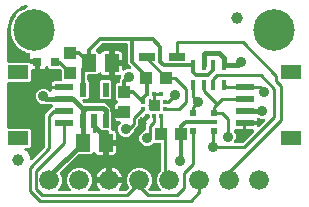
<source format=gbr>
G04 EAGLE Gerber RS-274X export*
G75*
%MOMM*%
%FSLAX34Y34*%
%LPD*%
%INTop Copper*%
%IPPOS*%
%AMOC8*
5,1,8,0,0,1.08239X$1,22.5*%
G01*
%ADD10R,1.240000X1.500000*%
%ADD11R,0.550000X1.200000*%
%ADD12R,1.000000X1.075000*%
%ADD13R,0.450000X0.900000*%
%ADD14R,0.500000X0.500000*%
%ADD15R,0.500000X0.400000*%
%ADD16C,3.516000*%
%ADD17R,1.550000X0.600000*%
%ADD18R,1.800000X1.200000*%
%ADD19C,1.000000*%
%ADD20R,0.800000X0.800000*%
%ADD21R,1.075000X1.000000*%
%ADD22R,1.350000X0.800000*%
%ADD23R,0.300000X0.450000*%
%ADD24R,0.450000X0.300000*%
%ADD25C,1.676400*%
%ADD26C,0.889000*%
%ADD27C,0.406400*%
%ADD28C,0.304800*%
%ADD29C,0.254000*%

G36*
X55242Y16020D02*
X55242Y16020D01*
X55381Y16033D01*
X55400Y16040D01*
X55420Y16043D01*
X55549Y16094D01*
X55680Y16141D01*
X55697Y16152D01*
X55716Y16160D01*
X55828Y16241D01*
X55943Y16319D01*
X55957Y16335D01*
X55973Y16346D01*
X56062Y16454D01*
X56154Y16558D01*
X56163Y16576D01*
X56176Y16591D01*
X56235Y16717D01*
X56298Y16841D01*
X56303Y16861D01*
X56311Y16879D01*
X56337Y17016D01*
X56368Y17151D01*
X56367Y17172D01*
X56371Y17191D01*
X56362Y17330D01*
X56358Y17469D01*
X56353Y17489D01*
X56351Y17509D01*
X56309Y17641D01*
X56270Y17775D01*
X56260Y17792D01*
X56253Y17811D01*
X56179Y17929D01*
X56108Y18049D01*
X56090Y18070D01*
X56083Y18080D01*
X56068Y18094D01*
X56002Y18169D01*
X54671Y19501D01*
X53085Y23328D01*
X53085Y27472D01*
X54671Y31299D01*
X57601Y34229D01*
X61428Y35815D01*
X65572Y35815D01*
X69399Y34229D01*
X72329Y31299D01*
X73915Y27472D01*
X73915Y23328D01*
X72329Y19501D01*
X70998Y18169D01*
X70913Y18060D01*
X70824Y17953D01*
X70816Y17934D01*
X70803Y17918D01*
X70748Y17791D01*
X70689Y17665D01*
X70685Y17645D01*
X70677Y17626D01*
X70655Y17488D01*
X70629Y17352D01*
X70630Y17332D01*
X70627Y17312D01*
X70640Y17173D01*
X70649Y17035D01*
X70655Y17016D01*
X70657Y16996D01*
X70704Y16864D01*
X70747Y16733D01*
X70758Y16715D01*
X70764Y16696D01*
X70842Y16581D01*
X70917Y16464D01*
X70932Y16450D01*
X70943Y16433D01*
X71047Y16341D01*
X71148Y16246D01*
X71166Y16236D01*
X71181Y16223D01*
X71306Y16159D01*
X71427Y16092D01*
X71447Y16087D01*
X71465Y16078D01*
X71600Y16048D01*
X71735Y16013D01*
X71763Y16011D01*
X71775Y16008D01*
X71795Y16009D01*
X71896Y16003D01*
X79786Y16003D01*
X79924Y16020D01*
X80062Y16033D01*
X80081Y16040D01*
X80102Y16043D01*
X80231Y16094D01*
X80362Y16141D01*
X80378Y16152D01*
X80397Y16160D01*
X80510Y16241D01*
X80625Y16319D01*
X80638Y16335D01*
X80655Y16346D01*
X80743Y16454D01*
X80835Y16558D01*
X80844Y16576D01*
X80857Y16591D01*
X80917Y16717D01*
X80980Y16841D01*
X80984Y16861D01*
X80993Y16879D01*
X81019Y17016D01*
X81049Y17151D01*
X81049Y17172D01*
X81053Y17191D01*
X81044Y17330D01*
X81040Y17469D01*
X81034Y17489D01*
X81033Y17509D01*
X80990Y17641D01*
X80951Y17775D01*
X80941Y17792D01*
X80935Y17811D01*
X80860Y17929D01*
X80790Y18049D01*
X80771Y18070D01*
X80765Y18080D01*
X80750Y18094D01*
X80683Y18170D01*
X80569Y18284D01*
X79558Y19675D01*
X78777Y21207D01*
X78246Y22842D01*
X78237Y22901D01*
X87670Y22901D01*
X87788Y22916D01*
X87907Y22923D01*
X87945Y22935D01*
X87985Y22941D01*
X88096Y22984D01*
X88209Y23021D01*
X88243Y23043D01*
X88281Y23058D01*
X88377Y23127D01*
X88478Y23191D01*
X88506Y23221D01*
X88538Y23244D01*
X88614Y23336D01*
X88696Y23423D01*
X88715Y23458D01*
X88741Y23489D01*
X88792Y23597D01*
X88849Y23701D01*
X88859Y23741D01*
X88877Y23777D01*
X88897Y23884D01*
X88901Y23854D01*
X88945Y23744D01*
X88981Y23631D01*
X89003Y23596D01*
X89018Y23559D01*
X89088Y23462D01*
X89151Y23362D01*
X89181Y23334D01*
X89205Y23301D01*
X89296Y23225D01*
X89383Y23144D01*
X89418Y23124D01*
X89450Y23099D01*
X89557Y23048D01*
X89662Y22990D01*
X89701Y22980D01*
X89737Y22963D01*
X89854Y22941D01*
X89970Y22911D01*
X90030Y22907D01*
X90050Y22903D01*
X90070Y22905D01*
X90130Y22901D01*
X99563Y22901D01*
X99554Y22842D01*
X99023Y21207D01*
X98242Y19675D01*
X97231Y18284D01*
X97117Y18170D01*
X97032Y18060D01*
X96943Y17953D01*
X96934Y17934D01*
X96922Y17918D01*
X96866Y17790D01*
X96807Y17665D01*
X96803Y17645D01*
X96795Y17626D01*
X96773Y17489D01*
X96747Y17352D01*
X96749Y17332D01*
X96745Y17312D01*
X96758Y17174D01*
X96767Y17035D01*
X96773Y17016D01*
X96775Y16996D01*
X96822Y16865D01*
X96865Y16733D01*
X96876Y16715D01*
X96883Y16696D01*
X96961Y16582D01*
X97035Y16464D01*
X97050Y16450D01*
X97061Y16433D01*
X97166Y16341D01*
X97267Y16246D01*
X97285Y16236D01*
X97300Y16223D01*
X97424Y16159D01*
X97545Y16092D01*
X97565Y16087D01*
X97583Y16078D01*
X97719Y16048D01*
X97853Y16013D01*
X97881Y16011D01*
X97893Y16008D01*
X97914Y16009D01*
X98014Y16003D01*
X102246Y16003D01*
X102344Y16015D01*
X102443Y16018D01*
X102502Y16035D01*
X102562Y16043D01*
X102654Y16079D01*
X102749Y16107D01*
X102801Y16137D01*
X102857Y16160D01*
X102937Y16218D01*
X103023Y16268D01*
X103098Y16334D01*
X103115Y16346D01*
X103123Y16356D01*
X103144Y16374D01*
X105105Y18336D01*
X105123Y18359D01*
X105146Y18378D01*
X105220Y18484D01*
X105300Y18587D01*
X105312Y18614D01*
X105329Y18638D01*
X105375Y18760D01*
X105426Y18879D01*
X105431Y18908D01*
X105442Y18936D01*
X105456Y19065D01*
X105476Y19193D01*
X105473Y19223D01*
X105477Y19252D01*
X105459Y19380D01*
X105446Y19510D01*
X105436Y19538D01*
X105432Y19567D01*
X105380Y19719D01*
X103885Y23328D01*
X103885Y27472D01*
X105471Y31299D01*
X108401Y34229D01*
X112228Y35815D01*
X116372Y35815D01*
X120199Y34229D01*
X123129Y31299D01*
X124715Y27472D01*
X124715Y23328D01*
X123129Y19501D01*
X122357Y18729D01*
X122284Y18635D01*
X122205Y18545D01*
X122187Y18509D01*
X122162Y18477D01*
X122115Y18368D01*
X122061Y18262D01*
X122052Y18223D01*
X122036Y18185D01*
X122017Y18068D01*
X121991Y17952D01*
X121992Y17911D01*
X121986Y17871D01*
X121997Y17753D01*
X122001Y17634D01*
X122012Y17595D01*
X122016Y17555D01*
X122056Y17443D01*
X122089Y17328D01*
X122110Y17294D01*
X122123Y17255D01*
X122190Y17157D01*
X122251Y17054D01*
X122291Y17009D01*
X122302Y16992D01*
X122317Y16979D01*
X122357Y16934D01*
X122916Y16374D01*
X122995Y16314D01*
X123067Y16246D01*
X123120Y16217D01*
X123168Y16180D01*
X123259Y16140D01*
X123345Y16092D01*
X123404Y16077D01*
X123459Y16053D01*
X123557Y16038D01*
X123653Y16013D01*
X123753Y16007D01*
X123774Y16003D01*
X123786Y16005D01*
X123814Y16003D01*
X131304Y16003D01*
X131442Y16020D01*
X131581Y16033D01*
X131600Y16040D01*
X131620Y16043D01*
X131749Y16094D01*
X131880Y16141D01*
X131897Y16152D01*
X131916Y16160D01*
X132028Y16241D01*
X132143Y16319D01*
X132157Y16335D01*
X132173Y16346D01*
X132262Y16454D01*
X132354Y16558D01*
X132363Y16576D01*
X132376Y16591D01*
X132435Y16717D01*
X132498Y16841D01*
X132503Y16861D01*
X132511Y16879D01*
X132537Y17016D01*
X132568Y17151D01*
X132567Y17172D01*
X132571Y17191D01*
X132562Y17330D01*
X132558Y17469D01*
X132553Y17489D01*
X132551Y17509D01*
X132509Y17641D01*
X132470Y17775D01*
X132460Y17792D01*
X132453Y17811D01*
X132379Y17929D01*
X132308Y18049D01*
X132290Y18070D01*
X132283Y18080D01*
X132268Y18094D01*
X132202Y18169D01*
X130871Y19501D01*
X129285Y23328D01*
X129285Y27472D01*
X130871Y31299D01*
X132216Y32644D01*
X132276Y32722D01*
X132344Y32795D01*
X132373Y32848D01*
X132410Y32895D01*
X132450Y32986D01*
X132498Y33073D01*
X132513Y33132D01*
X132537Y33187D01*
X132552Y33285D01*
X132577Y33381D01*
X132583Y33481D01*
X132587Y33501D01*
X132585Y33514D01*
X132587Y33542D01*
X132587Y55960D01*
X132572Y56078D01*
X132565Y56197D01*
X132552Y56235D01*
X132547Y56276D01*
X132504Y56386D01*
X132467Y56499D01*
X132445Y56534D01*
X132430Y56571D01*
X132361Y56667D01*
X132297Y56768D01*
X132267Y56796D01*
X132244Y56829D01*
X132152Y56905D01*
X132065Y56986D01*
X132030Y57006D01*
X131999Y57031D01*
X131891Y57082D01*
X131787Y57140D01*
X131747Y57150D01*
X131711Y57167D01*
X131594Y57189D01*
X131479Y57219D01*
X131419Y57223D01*
X131399Y57227D01*
X131378Y57225D01*
X131318Y57229D01*
X126733Y57229D01*
X126635Y57217D01*
X126536Y57214D01*
X126477Y57197D01*
X126417Y57189D01*
X126325Y57153D01*
X126230Y57125D01*
X126178Y57095D01*
X126122Y57072D01*
X126042Y57014D01*
X125956Y56964D01*
X125881Y56898D01*
X125864Y56886D01*
X125857Y56876D01*
X125835Y56858D01*
X124446Y55468D01*
X122066Y54482D01*
X119488Y54482D01*
X117108Y55468D01*
X115285Y57291D01*
X114299Y59671D01*
X114299Y62249D01*
X115285Y64629D01*
X117108Y66452D01*
X119104Y67278D01*
X119129Y67293D01*
X119157Y67302D01*
X119267Y67372D01*
X119380Y67436D01*
X119401Y67456D01*
X119426Y67472D01*
X119515Y67567D01*
X119608Y67657D01*
X119624Y67682D01*
X119644Y67704D01*
X119707Y67818D01*
X119775Y67928D01*
X119783Y67957D01*
X119798Y67982D01*
X119830Y68108D01*
X119868Y68232D01*
X119870Y68262D01*
X119877Y68290D01*
X119887Y68451D01*
X119887Y72488D01*
X120142Y72742D01*
X120227Y72852D01*
X120316Y72959D01*
X120324Y72978D01*
X120337Y72994D01*
X120392Y73122D01*
X120451Y73247D01*
X120455Y73267D01*
X120463Y73286D01*
X120485Y73424D01*
X120511Y73560D01*
X120510Y73580D01*
X120513Y73600D01*
X120500Y73739D01*
X120491Y73877D01*
X120485Y73896D01*
X120483Y73916D01*
X120436Y74047D01*
X120393Y74179D01*
X120382Y74197D01*
X120375Y74216D01*
X120298Y74330D01*
X120223Y74448D01*
X120208Y74462D01*
X120197Y74479D01*
X120093Y74571D01*
X119991Y74666D01*
X119974Y74676D01*
X119958Y74689D01*
X119835Y74752D01*
X119713Y74820D01*
X119693Y74825D01*
X119675Y74834D01*
X119539Y74864D01*
X119405Y74899D01*
X119377Y74901D01*
X119365Y74904D01*
X119344Y74903D01*
X119244Y74909D01*
X119166Y74909D01*
X118519Y75082D01*
X117940Y75417D01*
X117467Y75890D01*
X117132Y76469D01*
X116959Y77116D01*
X116959Y77324D01*
X116942Y77462D01*
X116929Y77601D01*
X116922Y77620D01*
X116919Y77640D01*
X116868Y77769D01*
X116821Y77900D01*
X116810Y77917D01*
X116802Y77935D01*
X116721Y78048D01*
X116643Y78163D01*
X116627Y78176D01*
X116616Y78193D01*
X116508Y78282D01*
X116404Y78374D01*
X116386Y78383D01*
X116371Y78396D01*
X116245Y78455D01*
X116121Y78518D01*
X116101Y78523D01*
X116083Y78531D01*
X115946Y78557D01*
X115811Y78588D01*
X115790Y78587D01*
X115771Y78591D01*
X115632Y78582D01*
X115493Y78578D01*
X115473Y78572D01*
X115453Y78571D01*
X115321Y78528D01*
X115187Y78490D01*
X115170Y78479D01*
X115151Y78473D01*
X115033Y78399D01*
X114913Y78328D01*
X114892Y78310D01*
X114882Y78303D01*
X114868Y78288D01*
X114793Y78222D01*
X113854Y77284D01*
X113794Y77206D01*
X113726Y77133D01*
X113697Y77080D01*
X113660Y77032D01*
X113620Y76942D01*
X113572Y76855D01*
X113557Y76796D01*
X113533Y76741D01*
X113518Y76643D01*
X113493Y76547D01*
X113487Y76447D01*
X113483Y76426D01*
X113485Y76414D01*
X113483Y76386D01*
X113483Y71832D01*
X109719Y68069D01*
X109659Y67990D01*
X109591Y67918D01*
X109562Y67865D01*
X109525Y67817D01*
X109485Y67726D01*
X109437Y67640D01*
X109422Y67581D01*
X109398Y67526D01*
X109383Y67428D01*
X109358Y67332D01*
X109357Y67313D01*
X108362Y64911D01*
X106539Y63088D01*
X104159Y62102D01*
X101581Y62102D01*
X99201Y63088D01*
X97378Y64911D01*
X96392Y67291D01*
X96392Y69869D01*
X97378Y72249D01*
X98241Y73112D01*
X98325Y73221D01*
X98415Y73328D01*
X98423Y73347D01*
X98436Y73363D01*
X98491Y73490D01*
X98550Y73616D01*
X98554Y73636D01*
X98562Y73655D01*
X98584Y73793D01*
X98610Y73929D01*
X98609Y73949D01*
X98612Y73969D01*
X98599Y74108D01*
X98590Y74246D01*
X98584Y74265D01*
X98582Y74285D01*
X98535Y74417D01*
X98492Y74548D01*
X98481Y74566D01*
X98474Y74585D01*
X98396Y74700D01*
X98322Y74817D01*
X98307Y74831D01*
X98296Y74848D01*
X98192Y74940D01*
X98090Y75035D01*
X98072Y75045D01*
X98057Y75058D01*
X97934Y75121D01*
X97812Y75189D01*
X97792Y75194D01*
X97774Y75203D01*
X97638Y75233D01*
X97504Y75268D01*
X97476Y75270D01*
X97464Y75273D01*
X97443Y75272D01*
X97343Y75278D01*
X96266Y75278D01*
X95619Y75451D01*
X95040Y75786D01*
X94567Y76259D01*
X94232Y76838D01*
X94059Y77485D01*
X94059Y80695D01*
X100370Y80695D01*
X100488Y80710D01*
X100607Y80717D01*
X100645Y80729D01*
X100685Y80735D01*
X100796Y80778D01*
X100909Y80815D01*
X100943Y80837D01*
X100981Y80852D01*
X101077Y80921D01*
X101178Y80985D01*
X101206Y81015D01*
X101238Y81038D01*
X101314Y81130D01*
X101396Y81217D01*
X101415Y81252D01*
X101441Y81283D01*
X101492Y81391D01*
X101549Y81495D01*
X101559Y81535D01*
X101577Y81571D01*
X101599Y81688D01*
X101629Y81803D01*
X101633Y81863D01*
X101636Y81883D01*
X101635Y81904D01*
X101636Y81923D01*
X101639Y81964D01*
X101639Y84424D01*
X101624Y84542D01*
X101617Y84661D01*
X101604Y84699D01*
X101599Y84740D01*
X101555Y84850D01*
X101519Y84963D01*
X101497Y84998D01*
X101482Y85035D01*
X101412Y85131D01*
X101349Y85232D01*
X101319Y85260D01*
X101295Y85293D01*
X101204Y85369D01*
X101117Y85450D01*
X101082Y85470D01*
X101050Y85495D01*
X100943Y85546D01*
X100838Y85604D01*
X100799Y85614D01*
X100763Y85631D01*
X100646Y85653D01*
X100530Y85683D01*
X100470Y85687D01*
X100450Y85691D01*
X100430Y85689D01*
X100370Y85693D01*
X94059Y85693D01*
X94059Y88903D01*
X94232Y89550D01*
X94567Y90129D01*
X95040Y90602D01*
X95447Y90837D01*
X95547Y90913D01*
X95652Y90984D01*
X95674Y91009D01*
X95701Y91030D01*
X95779Y91128D01*
X95862Y91222D01*
X95877Y91252D01*
X95898Y91279D01*
X95949Y91394D01*
X96007Y91506D01*
X96014Y91538D01*
X96028Y91569D01*
X96049Y91693D01*
X96076Y91816D01*
X96075Y91850D01*
X96081Y91883D01*
X96070Y92008D01*
X96067Y92134D01*
X96057Y92166D01*
X96054Y92200D01*
X96013Y92318D01*
X95978Y92439D01*
X95961Y92468D01*
X95950Y92500D01*
X95880Y92605D01*
X95817Y92713D01*
X95784Y92750D01*
X95774Y92765D01*
X95758Y92780D01*
X95710Y92834D01*
X94567Y93977D01*
X94567Y106411D01*
X95758Y107602D01*
X96774Y107602D01*
X96892Y107617D01*
X97011Y107624D01*
X97049Y107637D01*
X97090Y107642D01*
X97200Y107685D01*
X97313Y107722D01*
X97348Y107744D01*
X97385Y107759D01*
X97481Y107828D01*
X97582Y107892D01*
X97610Y107922D01*
X97643Y107945D01*
X97719Y108037D01*
X97800Y108124D01*
X97820Y108159D01*
X97845Y108190D01*
X97896Y108298D01*
X97954Y108402D01*
X97964Y108442D01*
X97981Y108478D01*
X98003Y108595D01*
X98033Y108710D01*
X98037Y108770D01*
X98041Y108790D01*
X98039Y108811D01*
X98043Y108871D01*
X98043Y110693D01*
X98560Y111210D01*
X98621Y111289D01*
X98689Y111361D01*
X98718Y111414D01*
X98755Y111462D01*
X98795Y111553D01*
X98843Y111639D01*
X98858Y111698D01*
X98882Y111754D01*
X98897Y111852D01*
X98922Y111947D01*
X98928Y112047D01*
X98932Y112068D01*
X98930Y112080D01*
X98932Y112108D01*
X98932Y113199D01*
X98916Y113324D01*
X98907Y113449D01*
X98897Y113481D01*
X98892Y113514D01*
X98846Y113631D01*
X98806Y113750D01*
X98788Y113779D01*
X98775Y113810D01*
X98702Y113912D01*
X98633Y114017D01*
X98608Y114040D01*
X98589Y114067D01*
X98492Y114147D01*
X98399Y114233D01*
X98370Y114249D01*
X98344Y114270D01*
X98230Y114324D01*
X98119Y114383D01*
X98086Y114391D01*
X98056Y114406D01*
X97933Y114429D01*
X97810Y114459D01*
X97777Y114459D01*
X97744Y114465D01*
X97618Y114458D01*
X97492Y114456D01*
X97444Y114447D01*
X97426Y114446D01*
X97406Y114439D01*
X97334Y114425D01*
X97314Y114419D01*
X93319Y114419D01*
X93319Y121921D01*
X99521Y121921D01*
X99521Y119366D01*
X99538Y119228D01*
X99551Y119089D01*
X99558Y119070D01*
X99561Y119050D01*
X99612Y118921D01*
X99659Y118790D01*
X99670Y118773D01*
X99678Y118755D01*
X99759Y118643D01*
X99837Y118527D01*
X99853Y118514D01*
X99864Y118497D01*
X99972Y118409D01*
X100076Y118317D01*
X100094Y118307D01*
X100109Y118294D01*
X100235Y118235D01*
X100359Y118172D01*
X100379Y118168D01*
X100397Y118159D01*
X100534Y118133D01*
X100669Y118102D01*
X100690Y118103D01*
X100709Y118099D01*
X100848Y118108D01*
X100987Y118112D01*
X101007Y118118D01*
X101027Y118119D01*
X101159Y118162D01*
X101293Y118200D01*
X101310Y118211D01*
X101329Y118217D01*
X101447Y118291D01*
X101567Y118362D01*
X101588Y118381D01*
X101598Y118387D01*
X101612Y118402D01*
X101688Y118468D01*
X101741Y118522D01*
X104121Y119508D01*
X106078Y119508D01*
X106216Y119525D01*
X106354Y119538D01*
X106374Y119545D01*
X106394Y119548D01*
X106523Y119599D01*
X106654Y119646D01*
X106671Y119657D01*
X106689Y119665D01*
X106802Y119746D01*
X106917Y119824D01*
X106930Y119840D01*
X106947Y119851D01*
X107035Y119959D01*
X107127Y120063D01*
X107137Y120081D01*
X107149Y120096D01*
X107209Y120222D01*
X107272Y120346D01*
X107276Y120366D01*
X107285Y120384D01*
X107311Y120520D01*
X107342Y120656D01*
X107341Y120677D01*
X107345Y120696D01*
X107336Y120835D01*
X107332Y120974D01*
X107326Y120994D01*
X107325Y121014D01*
X107282Y121146D01*
X107244Y121280D01*
X107233Y121297D01*
X107227Y121316D01*
X107153Y121434D01*
X107082Y121554D01*
X107063Y121575D01*
X107057Y121585D01*
X107042Y121599D01*
X106976Y121674D01*
X106849Y121802D01*
X106848Y121802D01*
X104393Y124257D01*
X104393Y139954D01*
X104378Y140072D01*
X104371Y140191D01*
X104358Y140229D01*
X104353Y140270D01*
X104310Y140380D01*
X104273Y140493D01*
X104251Y140528D01*
X104236Y140565D01*
X104167Y140661D01*
X104103Y140762D01*
X104073Y140790D01*
X104050Y140823D01*
X103958Y140899D01*
X103871Y140980D01*
X103836Y141000D01*
X103805Y141025D01*
X103697Y141076D01*
X103593Y141134D01*
X103553Y141144D01*
X103517Y141161D01*
X103400Y141183D01*
X103285Y141213D01*
X103225Y141217D01*
X103205Y141221D01*
X103184Y141219D01*
X103124Y141223D01*
X83279Y141223D01*
X83181Y141211D01*
X83082Y141208D01*
X83024Y141191D01*
X82963Y141183D01*
X82871Y141147D01*
X82776Y141119D01*
X82724Y141089D01*
X82668Y141066D01*
X82588Y141008D01*
X82502Y140958D01*
X82427Y140892D01*
X82410Y140880D01*
X82403Y140870D01*
X82381Y140852D01*
X77689Y136159D01*
X77604Y136050D01*
X77516Y135943D01*
X77507Y135924D01*
X77494Y135908D01*
X77439Y135780D01*
X77380Y135655D01*
X77376Y135635D01*
X77368Y135616D01*
X77346Y135478D01*
X77320Y135342D01*
X77321Y135322D01*
X77318Y135302D01*
X77331Y135163D01*
X77340Y135025D01*
X77346Y135006D01*
X77348Y134986D01*
X77395Y134854D01*
X77438Y134723D01*
X77449Y134705D01*
X77456Y134686D01*
X77534Y134571D01*
X77608Y134454D01*
X77623Y134440D01*
X77634Y134423D01*
X77739Y134331D01*
X77840Y134236D01*
X77857Y134226D01*
X77873Y134213D01*
X77997Y134149D01*
X78118Y134082D01*
X78138Y134077D01*
X78156Y134068D01*
X78292Y134038D01*
X78426Y134003D01*
X78454Y134001D01*
X78466Y133998D01*
X78487Y133999D01*
X78587Y133993D01*
X78822Y133993D01*
X80187Y132628D01*
X80286Y132551D01*
X80381Y132469D01*
X80411Y132454D01*
X80438Y132433D01*
X80553Y132383D01*
X80666Y132327D01*
X80699Y132320D01*
X80730Y132307D01*
X80854Y132287D01*
X80977Y132261D01*
X81011Y132262D01*
X81044Y132257D01*
X81169Y132268D01*
X81295Y132274D01*
X81327Y132283D01*
X81361Y132287D01*
X81479Y132329D01*
X81599Y132365D01*
X81628Y132383D01*
X81660Y132394D01*
X81764Y132465D01*
X81872Y132530D01*
X81895Y132554D01*
X81923Y132573D01*
X82006Y132667D01*
X82094Y132757D01*
X82121Y132797D01*
X82134Y132811D01*
X82144Y132831D01*
X82184Y132891D01*
X82547Y133520D01*
X83020Y133993D01*
X83599Y134328D01*
X84246Y134501D01*
X88241Y134501D01*
X88241Y125730D01*
X88256Y125612D01*
X88263Y125493D01*
X88276Y125455D01*
X88281Y125415D01*
X88324Y125304D01*
X88361Y125191D01*
X88383Y125156D01*
X88398Y125119D01*
X88468Y125022D01*
X88531Y124922D01*
X88561Y124894D01*
X88585Y124862D01*
X88676Y124786D01*
X88763Y124704D01*
X88798Y124685D01*
X88829Y124659D01*
X88937Y124608D01*
X89041Y124551D01*
X89081Y124540D01*
X89117Y124523D01*
X89234Y124501D01*
X89349Y124471D01*
X89410Y124467D01*
X89430Y124463D01*
X89450Y124465D01*
X89510Y124461D01*
X90781Y124461D01*
X90781Y124459D01*
X89510Y124459D01*
X89392Y124444D01*
X89273Y124437D01*
X89235Y124424D01*
X89195Y124419D01*
X89084Y124375D01*
X88971Y124339D01*
X88936Y124317D01*
X88899Y124302D01*
X88803Y124232D01*
X88702Y124169D01*
X88674Y124139D01*
X88641Y124115D01*
X88566Y124024D01*
X88484Y123937D01*
X88464Y123902D01*
X88439Y123870D01*
X88388Y123763D01*
X88330Y123659D01*
X88320Y123619D01*
X88303Y123583D01*
X88281Y123466D01*
X88251Y123351D01*
X88247Y123290D01*
X88243Y123270D01*
X88245Y123250D01*
X88241Y123190D01*
X88241Y114419D01*
X84246Y114419D01*
X83599Y114592D01*
X83020Y114927D01*
X82547Y115400D01*
X82184Y116029D01*
X82108Y116129D01*
X82037Y116233D01*
X82012Y116256D01*
X81991Y116283D01*
X81893Y116361D01*
X81799Y116444D01*
X81769Y116459D01*
X81742Y116480D01*
X81627Y116531D01*
X81515Y116589D01*
X81482Y116596D01*
X81452Y116610D01*
X81327Y116631D01*
X81205Y116658D01*
X81171Y116657D01*
X81138Y116663D01*
X81013Y116652D01*
X80887Y116649D01*
X80855Y116639D01*
X80821Y116636D01*
X80702Y116595D01*
X80582Y116560D01*
X80553Y116543D01*
X80521Y116532D01*
X80416Y116462D01*
X80308Y116399D01*
X80271Y116366D01*
X80256Y116356D01*
X80241Y116340D01*
X80187Y116292D01*
X78822Y114927D01*
X71526Y114927D01*
X71408Y114912D01*
X71289Y114905D01*
X71251Y114892D01*
X71210Y114887D01*
X71100Y114844D01*
X70987Y114807D01*
X70952Y114785D01*
X70915Y114770D01*
X70819Y114701D01*
X70718Y114637D01*
X70690Y114607D01*
X70657Y114584D01*
X70581Y114492D01*
X70500Y114405D01*
X70480Y114370D01*
X70455Y114339D01*
X70404Y114231D01*
X70346Y114127D01*
X70336Y114087D01*
X70319Y114051D01*
X70297Y113934D01*
X70267Y113819D01*
X70263Y113759D01*
X70259Y113739D01*
X70261Y113718D01*
X70257Y113658D01*
X70257Y110495D01*
X70269Y110397D01*
X70272Y110297D01*
X70289Y110239D01*
X70297Y110179D01*
X70333Y110087D01*
X70361Y109992D01*
X70391Y109940D01*
X70414Y109883D01*
X70472Y109803D01*
X70522Y109718D01*
X70588Y109643D01*
X70600Y109626D01*
X70610Y109618D01*
X70629Y109597D01*
X71483Y108743D01*
X71483Y95059D01*
X70292Y93868D01*
X67344Y93868D01*
X67206Y93851D01*
X67068Y93838D01*
X67049Y93831D01*
X67029Y93828D01*
X66900Y93777D01*
X66769Y93730D01*
X66752Y93719D01*
X66733Y93711D01*
X66621Y93630D01*
X66506Y93552D01*
X66492Y93536D01*
X66476Y93525D01*
X66387Y93417D01*
X66295Y93313D01*
X66286Y93295D01*
X66273Y93280D01*
X66214Y93154D01*
X66151Y93030D01*
X66146Y93010D01*
X66137Y92992D01*
X66111Y92855D01*
X66081Y92720D01*
X66081Y92699D01*
X66078Y92680D01*
X66086Y92541D01*
X66091Y92402D01*
X66096Y92382D01*
X66097Y92362D01*
X66140Y92230D01*
X66179Y92096D01*
X66189Y92079D01*
X66195Y92060D01*
X66270Y91942D01*
X66340Y91822D01*
X66359Y91801D01*
X66366Y91791D01*
X66381Y91777D01*
X66447Y91702D01*
X67352Y90796D01*
X67430Y90736D01*
X67502Y90668D01*
X67555Y90639D01*
X67603Y90602D01*
X67694Y90562D01*
X67781Y90514D01*
X67839Y90499D01*
X67895Y90475D01*
X67993Y90460D01*
X68089Y90435D01*
X68189Y90429D01*
X68209Y90425D01*
X68221Y90427D01*
X68249Y90425D01*
X85504Y90425D01*
X89765Y86164D01*
X89765Y83985D01*
X89777Y83887D01*
X89780Y83788D01*
X89797Y83729D01*
X89805Y83669D01*
X89841Y83577D01*
X89869Y83482D01*
X89899Y83430D01*
X89922Y83374D01*
X89980Y83293D01*
X90030Y83208D01*
X90096Y83133D01*
X90108Y83116D01*
X90118Y83108D01*
X90136Y83087D01*
X90483Y82741D01*
X90483Y68872D01*
X90474Y68853D01*
X90470Y68833D01*
X90462Y68815D01*
X90440Y68677D01*
X90414Y68540D01*
X90415Y68520D01*
X90412Y68501D01*
X90425Y68362D01*
X90434Y68223D01*
X90440Y68204D01*
X90442Y68184D01*
X90489Y68052D01*
X90532Y67921D01*
X90543Y67904D01*
X90549Y67885D01*
X90627Y67770D01*
X90702Y67652D01*
X90717Y67638D01*
X90728Y67621D01*
X90832Y67529D01*
X90934Y67434D01*
X90951Y67424D01*
X90966Y67411D01*
X91090Y67348D01*
X91212Y67280D01*
X91232Y67275D01*
X91249Y67266D01*
X91385Y67236D01*
X91520Y67201D01*
X91548Y67199D01*
X91560Y67197D01*
X91580Y67197D01*
X91681Y67191D01*
X92234Y67191D01*
X92881Y67018D01*
X93460Y66683D01*
X93933Y66210D01*
X94268Y65631D01*
X94441Y64984D01*
X94441Y59689D01*
X88239Y59689D01*
X88239Y66597D01*
X88224Y66715D01*
X88217Y66834D01*
X88204Y66872D01*
X88199Y66913D01*
X88155Y67023D01*
X88119Y67136D01*
X88097Y67171D01*
X88082Y67208D01*
X88012Y67304D01*
X87949Y67405D01*
X87919Y67433D01*
X87895Y67466D01*
X87804Y67542D01*
X87717Y67623D01*
X87682Y67643D01*
X87650Y67668D01*
X87543Y67719D01*
X87439Y67777D01*
X87399Y67787D01*
X87363Y67804D01*
X87246Y67826D01*
X87131Y67856D01*
X87070Y67860D01*
X87050Y67864D01*
X87030Y67862D01*
X86970Y67866D01*
X84430Y67866D01*
X84312Y67851D01*
X84193Y67844D01*
X84155Y67831D01*
X84115Y67826D01*
X84004Y67783D01*
X83891Y67746D01*
X83856Y67724D01*
X83819Y67709D01*
X83723Y67640D01*
X83622Y67576D01*
X83594Y67546D01*
X83561Y67523D01*
X83486Y67431D01*
X83404Y67344D01*
X83384Y67309D01*
X83359Y67278D01*
X83308Y67170D01*
X83250Y67066D01*
X83240Y67026D01*
X83223Y66990D01*
X83201Y66873D01*
X83171Y66758D01*
X83167Y66698D01*
X83163Y66678D01*
X83165Y66657D01*
X83161Y66597D01*
X83161Y58420D01*
X83176Y58302D01*
X83183Y58183D01*
X83196Y58145D01*
X83201Y58105D01*
X83244Y57994D01*
X83281Y57881D01*
X83303Y57846D01*
X83318Y57809D01*
X83388Y57713D01*
X83451Y57612D01*
X83481Y57584D01*
X83505Y57552D01*
X83596Y57476D01*
X83683Y57394D01*
X83718Y57375D01*
X83749Y57349D01*
X83857Y57298D01*
X83961Y57241D01*
X84001Y57230D01*
X84037Y57213D01*
X84154Y57191D01*
X84269Y57161D01*
X84330Y57157D01*
X84350Y57153D01*
X84370Y57155D01*
X84430Y57151D01*
X85701Y57151D01*
X85701Y57149D01*
X84430Y57149D01*
X84312Y57134D01*
X84193Y57127D01*
X84155Y57114D01*
X84115Y57109D01*
X84004Y57065D01*
X83891Y57029D01*
X83856Y57007D01*
X83819Y56992D01*
X83723Y56922D01*
X83622Y56859D01*
X83594Y56829D01*
X83561Y56805D01*
X83486Y56714D01*
X83404Y56627D01*
X83384Y56592D01*
X83359Y56560D01*
X83308Y56453D01*
X83250Y56349D01*
X83240Y56309D01*
X83223Y56273D01*
X83201Y56156D01*
X83171Y56041D01*
X83167Y55980D01*
X83163Y55960D01*
X83165Y55940D01*
X83161Y55880D01*
X83161Y47109D01*
X79166Y47109D01*
X78519Y47282D01*
X77940Y47617D01*
X77467Y48090D01*
X77104Y48719D01*
X77028Y48819D01*
X76957Y48923D01*
X76932Y48946D01*
X76911Y48973D01*
X76813Y49051D01*
X76719Y49134D01*
X76689Y49149D01*
X76662Y49170D01*
X76547Y49221D01*
X76435Y49279D01*
X76402Y49286D01*
X76372Y49300D01*
X76248Y49321D01*
X76125Y49348D01*
X76091Y49347D01*
X76058Y49353D01*
X75933Y49342D01*
X75807Y49339D01*
X75775Y49329D01*
X75741Y49326D01*
X75623Y49285D01*
X75502Y49250D01*
X75473Y49233D01*
X75441Y49222D01*
X75336Y49152D01*
X75228Y49089D01*
X75191Y49056D01*
X75176Y49046D01*
X75161Y49030D01*
X75107Y48982D01*
X73742Y47617D01*
X63441Y47617D01*
X63343Y47605D01*
X63244Y47602D01*
X63186Y47585D01*
X63126Y47577D01*
X63034Y47541D01*
X62939Y47513D01*
X62887Y47483D01*
X62830Y47460D01*
X62750Y47402D01*
X62665Y47352D01*
X62589Y47286D01*
X62573Y47274D01*
X62565Y47264D01*
X62544Y47246D01*
X47432Y32133D01*
X47414Y32110D01*
X47391Y32091D01*
X47317Y31985D01*
X47306Y31971D01*
X47259Y31914D01*
X47254Y31905D01*
X47237Y31882D01*
X47225Y31855D01*
X47208Y31831D01*
X47162Y31710D01*
X47159Y31703D01*
X47123Y31627D01*
X47121Y31614D01*
X47111Y31590D01*
X47106Y31561D01*
X47095Y31534D01*
X47081Y31408D01*
X47064Y31314D01*
X47064Y31300D01*
X47061Y31276D01*
X47063Y31247D01*
X47060Y31217D01*
X47077Y31099D01*
X47083Y30997D01*
X47089Y30981D01*
X47091Y30960D01*
X47101Y30932D01*
X47105Y30903D01*
X47157Y30750D01*
X48515Y27472D01*
X48515Y23328D01*
X46929Y19501D01*
X45598Y18169D01*
X45513Y18060D01*
X45424Y17953D01*
X45416Y17934D01*
X45403Y17918D01*
X45348Y17791D01*
X45289Y17665D01*
X45285Y17645D01*
X45277Y17626D01*
X45255Y17488D01*
X45229Y17352D01*
X45230Y17332D01*
X45227Y17312D01*
X45240Y17173D01*
X45249Y17035D01*
X45255Y17016D01*
X45257Y16996D01*
X45304Y16864D01*
X45347Y16733D01*
X45358Y16715D01*
X45364Y16696D01*
X45442Y16581D01*
X45517Y16464D01*
X45532Y16450D01*
X45543Y16433D01*
X45647Y16341D01*
X45748Y16246D01*
X45766Y16236D01*
X45781Y16223D01*
X45906Y16159D01*
X46027Y16092D01*
X46047Y16087D01*
X46065Y16078D01*
X46200Y16048D01*
X46335Y16013D01*
X46363Y16011D01*
X46375Y16008D01*
X46395Y16009D01*
X46496Y16003D01*
X55104Y16003D01*
X55242Y16020D01*
G37*
G36*
X22758Y42381D02*
X22758Y42381D01*
X22897Y42385D01*
X22917Y42391D01*
X22937Y42392D01*
X23069Y42435D01*
X23203Y42474D01*
X23220Y42484D01*
X23239Y42490D01*
X23357Y42565D01*
X23477Y42635D01*
X23498Y42654D01*
X23508Y42660D01*
X23522Y42675D01*
X23597Y42742D01*
X34426Y53570D01*
X34486Y53648D01*
X34554Y53720D01*
X34583Y53773D01*
X34620Y53821D01*
X34660Y53912D01*
X34708Y53999D01*
X34723Y54057D01*
X34747Y54113D01*
X34762Y54211D01*
X34787Y54307D01*
X34793Y54407D01*
X34797Y54427D01*
X34795Y54439D01*
X34797Y54467D01*
X34797Y81378D01*
X40386Y86966D01*
X40446Y87045D01*
X40514Y87117D01*
X40543Y87170D01*
X40580Y87218D01*
X40620Y87309D01*
X40668Y87395D01*
X40683Y87454D01*
X40707Y87509D01*
X40722Y87607D01*
X40747Y87703D01*
X40750Y87754D01*
X40769Y87778D01*
X40858Y87885D01*
X40866Y87904D01*
X40879Y87920D01*
X40934Y88048D01*
X40993Y88173D01*
X40997Y88193D01*
X41005Y88212D01*
X41027Y88349D01*
X41053Y88486D01*
X41052Y88506D01*
X41055Y88526D01*
X41042Y88664D01*
X41033Y88803D01*
X41027Y88822D01*
X41025Y88842D01*
X40978Y88973D01*
X40935Y89105D01*
X40924Y89123D01*
X40918Y89142D01*
X40839Y89257D01*
X40765Y89374D01*
X40750Y89388D01*
X40739Y89405D01*
X40635Y89497D01*
X40533Y89592D01*
X40516Y89602D01*
X40501Y89615D01*
X40377Y89678D01*
X40255Y89746D01*
X40235Y89751D01*
X40217Y89760D01*
X40082Y89790D01*
X39947Y89825D01*
X39919Y89827D01*
X39907Y89830D01*
X39887Y89829D01*
X39786Y89835D01*
X33909Y89835D01*
X33870Y89865D01*
X33779Y89905D01*
X33692Y89953D01*
X33634Y89968D01*
X33578Y89992D01*
X33480Y90007D01*
X33384Y90032D01*
X33284Y90038D01*
X33264Y90042D01*
X33252Y90040D01*
X33224Y90042D01*
X31731Y90042D01*
X29351Y91028D01*
X27528Y92851D01*
X26542Y95231D01*
X26542Y97809D01*
X27528Y100189D01*
X29351Y102012D01*
X31731Y102998D01*
X34309Y102998D01*
X36689Y102012D01*
X38083Y100618D01*
X38192Y100533D01*
X38299Y100444D01*
X38318Y100436D01*
X38334Y100423D01*
X38462Y100368D01*
X38587Y100309D01*
X38607Y100305D01*
X38626Y100297D01*
X38764Y100275D01*
X38900Y100249D01*
X38920Y100250D01*
X38940Y100247D01*
X39079Y100260D01*
X39217Y100269D01*
X39236Y100275D01*
X39256Y100277D01*
X39388Y100324D01*
X39519Y100367D01*
X39537Y100378D01*
X39556Y100385D01*
X39671Y100463D01*
X39788Y100537D01*
X39802Y100552D01*
X39819Y100563D01*
X39911Y100668D01*
X40006Y100769D01*
X40016Y100786D01*
X40029Y100802D01*
X40093Y100926D01*
X40160Y101047D01*
X40165Y101067D01*
X40174Y101085D01*
X40204Y101221D01*
X40239Y101355D01*
X40241Y101383D01*
X40244Y101395D01*
X40243Y101416D01*
X40249Y101516D01*
X40249Y102401D01*
X50310Y102401D01*
X50428Y102416D01*
X50547Y102423D01*
X50585Y102435D01*
X50625Y102441D01*
X50736Y102484D01*
X50849Y102521D01*
X50883Y102543D01*
X50921Y102558D01*
X51017Y102627D01*
X51118Y102691D01*
X51146Y102721D01*
X51178Y102744D01*
X51254Y102836D01*
X51336Y102923D01*
X51355Y102958D01*
X51381Y102989D01*
X51432Y103097D01*
X51489Y103201D01*
X51499Y103241D01*
X51517Y103277D01*
X51539Y103394D01*
X51569Y103509D01*
X51573Y103569D01*
X51576Y103589D01*
X51575Y103610D01*
X51579Y103670D01*
X51579Y104130D01*
X51564Y104248D01*
X51557Y104367D01*
X51544Y104405D01*
X51539Y104446D01*
X51495Y104556D01*
X51459Y104669D01*
X51437Y104704D01*
X51422Y104741D01*
X51352Y104837D01*
X51289Y104938D01*
X51259Y104966D01*
X51235Y104999D01*
X51144Y105075D01*
X51057Y105156D01*
X51022Y105176D01*
X50990Y105201D01*
X50883Y105252D01*
X50778Y105310D01*
X50739Y105320D01*
X50703Y105337D01*
X50586Y105359D01*
X50470Y105389D01*
X50410Y105393D01*
X50390Y105397D01*
X50370Y105395D01*
X50310Y105399D01*
X40249Y105399D01*
X40249Y107234D01*
X40422Y107881D01*
X40757Y108460D01*
X41230Y108933D01*
X41809Y109268D01*
X42456Y109441D01*
X47578Y109441D01*
X47696Y109456D01*
X47815Y109463D01*
X47853Y109476D01*
X47894Y109481D01*
X48004Y109524D01*
X48117Y109561D01*
X48152Y109583D01*
X48189Y109598D01*
X48285Y109667D01*
X48386Y109731D01*
X48414Y109761D01*
X48447Y109784D01*
X48523Y109876D01*
X48604Y109963D01*
X48624Y109998D01*
X48649Y110029D01*
X48700Y110137D01*
X48758Y110241D01*
X48768Y110281D01*
X48785Y110317D01*
X48807Y110434D01*
X48837Y110549D01*
X48841Y110609D01*
X48845Y110629D01*
X48843Y110650D01*
X48847Y110710D01*
X48847Y117796D01*
X48835Y117894D01*
X48832Y117993D01*
X48815Y118052D01*
X48807Y118112D01*
X48771Y118204D01*
X48743Y118299D01*
X48713Y118351D01*
X48690Y118407D01*
X48632Y118487D01*
X48582Y118573D01*
X48516Y118648D01*
X48504Y118665D01*
X48494Y118673D01*
X48476Y118694D01*
X47844Y119326D01*
X47765Y119386D01*
X47693Y119454D01*
X47640Y119483D01*
X47592Y119520D01*
X47501Y119560D01*
X47415Y119608D01*
X47356Y119623D01*
X47301Y119647D01*
X47203Y119662D01*
X47107Y119687D01*
X47007Y119693D01*
X46986Y119697D01*
X46974Y119695D01*
X46946Y119697D01*
X38218Y119697D01*
X37016Y120899D01*
X37008Y120962D01*
X36991Y121113D01*
X36988Y121119D01*
X36987Y121126D01*
X36931Y121269D01*
X36877Y121410D01*
X36873Y121416D01*
X36870Y121422D01*
X36781Y121546D01*
X36693Y121669D01*
X36688Y121674D01*
X36684Y121679D01*
X36565Y121777D01*
X36450Y121875D01*
X36444Y121878D01*
X36439Y121882D01*
X36301Y121947D01*
X36164Y122013D01*
X36157Y122015D01*
X36151Y122018D01*
X36003Y122046D01*
X35852Y122076D01*
X35845Y122076D01*
X35839Y122077D01*
X35687Y122068D01*
X35534Y122060D01*
X35528Y122058D01*
X35521Y122058D01*
X35377Y122011D01*
X35231Y121965D01*
X35225Y121962D01*
X35219Y121960D01*
X35090Y121878D01*
X34960Y121798D01*
X34956Y121793D01*
X34950Y121789D01*
X34845Y121678D01*
X34740Y121569D01*
X34737Y121563D01*
X34732Y121558D01*
X34658Y121424D01*
X34583Y121292D01*
X34581Y121283D01*
X34578Y121279D01*
X34576Y121269D01*
X34532Y121139D01*
X34428Y120749D01*
X34093Y120170D01*
X33620Y119697D01*
X33041Y119362D01*
X32394Y119189D01*
X30059Y119189D01*
X30059Y125000D01*
X30044Y125118D01*
X30037Y125237D01*
X30024Y125275D01*
X30019Y125315D01*
X29976Y125426D01*
X29939Y125539D01*
X29917Y125573D01*
X29902Y125611D01*
X29833Y125707D01*
X29769Y125808D01*
X29739Y125836D01*
X29716Y125868D01*
X29624Y125944D01*
X29537Y126026D01*
X29502Y126045D01*
X29471Y126071D01*
X29363Y126122D01*
X29259Y126179D01*
X29219Y126189D01*
X29183Y126207D01*
X29066Y126229D01*
X28951Y126259D01*
X28891Y126263D01*
X28871Y126266D01*
X28850Y126265D01*
X28790Y126269D01*
X28599Y126269D01*
X28599Y126460D01*
X28584Y126578D01*
X28577Y126697D01*
X28564Y126735D01*
X28559Y126776D01*
X28515Y126886D01*
X28479Y126999D01*
X28457Y127034D01*
X28442Y127071D01*
X28372Y127167D01*
X28309Y127268D01*
X28279Y127296D01*
X28255Y127329D01*
X28164Y127405D01*
X28077Y127486D01*
X28042Y127506D01*
X28010Y127531D01*
X27903Y127582D01*
X27798Y127640D01*
X27759Y127650D01*
X27723Y127667D01*
X27606Y127689D01*
X27490Y127719D01*
X27430Y127723D01*
X27410Y127727D01*
X27390Y127725D01*
X27330Y127729D01*
X21519Y127729D01*
X21519Y130064D01*
X21692Y130711D01*
X21899Y131068D01*
X21916Y131108D01*
X21939Y131144D01*
X21977Y131254D01*
X22022Y131362D01*
X22028Y131404D01*
X22042Y131445D01*
X22052Y131561D01*
X22069Y131676D01*
X22064Y131719D01*
X22068Y131762D01*
X22048Y131877D01*
X22036Y131992D01*
X22021Y132033D01*
X22013Y132075D01*
X21965Y132181D01*
X21925Y132291D01*
X21900Y132326D01*
X21883Y132365D01*
X21810Y132456D01*
X21743Y132552D01*
X21711Y132580D01*
X21684Y132613D01*
X21591Y132684D01*
X21503Y132760D01*
X21464Y132779D01*
X21430Y132805D01*
X21285Y132876D01*
X20951Y133014D01*
X20852Y133041D01*
X20757Y133077D01*
X20665Y133092D01*
X20644Y133098D01*
X20631Y133098D01*
X20598Y133104D01*
X19179Y133253D01*
X16215Y134964D01*
X16213Y134965D01*
X16210Y134967D01*
X16066Y135038D01*
X14290Y135773D01*
X13693Y136370D01*
X13626Y136422D01*
X13565Y136483D01*
X13451Y136558D01*
X13442Y136565D01*
X13438Y136567D01*
X13431Y136572D01*
X11929Y137439D01*
X10139Y139903D01*
X10126Y139917D01*
X10116Y139933D01*
X10009Y140054D01*
X8773Y141290D01*
X8357Y142296D01*
X8322Y142356D01*
X8297Y142420D01*
X8211Y142556D01*
X7008Y144211D01*
X6447Y146849D01*
X6436Y146883D01*
X6431Y146919D01*
X6379Y147071D01*
X5787Y148499D01*
X5787Y149822D01*
X5781Y149874D01*
X5783Y149926D01*
X5760Y150086D01*
X5268Y152400D01*
X5760Y154714D01*
X5764Y154767D01*
X5777Y154817D01*
X5787Y154978D01*
X5787Y156301D01*
X6379Y157729D01*
X6387Y157761D01*
X6390Y157766D01*
X6390Y157767D01*
X6404Y157795D01*
X6447Y157951D01*
X7008Y160589D01*
X8211Y162244D01*
X8244Y162305D01*
X8286Y162360D01*
X8357Y162504D01*
X8773Y163510D01*
X10009Y164746D01*
X10021Y164761D01*
X10036Y164773D01*
X10139Y164897D01*
X11929Y167361D01*
X13431Y168228D01*
X13499Y168280D01*
X13573Y168324D01*
X13675Y168414D01*
X13684Y168421D01*
X13687Y168424D01*
X13693Y168430D01*
X14290Y169027D01*
X16066Y169762D01*
X16068Y169764D01*
X16071Y169764D01*
X16215Y169836D01*
X18972Y171428D01*
X18993Y171444D01*
X19017Y171455D01*
X19119Y171540D01*
X19225Y171620D01*
X19242Y171641D01*
X19262Y171658D01*
X19340Y171765D01*
X19423Y171869D01*
X19434Y171893D01*
X19449Y171915D01*
X19498Y172038D01*
X19552Y172159D01*
X19557Y172186D01*
X19566Y172211D01*
X19583Y172342D01*
X19605Y172473D01*
X19603Y172500D01*
X19606Y172526D01*
X19590Y172658D01*
X19579Y172790D01*
X19570Y172815D01*
X19567Y172842D01*
X19518Y172965D01*
X19474Y173090D01*
X19460Y173113D01*
X19450Y173137D01*
X19372Y173245D01*
X19299Y173355D01*
X19279Y173373D01*
X19263Y173395D01*
X19161Y173480D01*
X19062Y173568D01*
X19039Y173581D01*
X19018Y173598D01*
X18898Y173655D01*
X18781Y173716D01*
X18755Y173722D01*
X18731Y173733D01*
X18600Y173758D01*
X18471Y173789D01*
X18445Y173788D01*
X18418Y173793D01*
X18286Y173785D01*
X18153Y173783D01*
X18128Y173775D01*
X18101Y173774D01*
X17945Y173734D01*
X15206Y172844D01*
X15099Y172794D01*
X14988Y172750D01*
X14937Y172717D01*
X14918Y172709D01*
X14903Y172696D01*
X14852Y172664D01*
X9388Y168693D01*
X9301Y168612D01*
X9209Y168536D01*
X9171Y168490D01*
X9156Y168476D01*
X9145Y168458D01*
X9107Y168412D01*
X5136Y162948D01*
X5079Y162844D01*
X5015Y162744D01*
X4993Y162687D01*
X4983Y162669D01*
X4978Y162649D01*
X4956Y162594D01*
X2869Y156170D01*
X2856Y156102D01*
X2833Y156036D01*
X2810Y155877D01*
X2545Y152500D01*
X2546Y152478D01*
X2541Y152400D01*
X2541Y126202D01*
X2556Y126084D01*
X2563Y125965D01*
X2576Y125927D01*
X2581Y125886D01*
X2624Y125776D01*
X2661Y125663D01*
X2683Y125628D01*
X2698Y125591D01*
X2767Y125495D01*
X2831Y125394D01*
X2861Y125366D01*
X2884Y125333D01*
X2976Y125257D01*
X3063Y125176D01*
X3098Y125156D01*
X3129Y125131D01*
X3237Y125080D01*
X3341Y125022D01*
X3381Y125012D01*
X3417Y124995D01*
X3534Y124973D01*
X3649Y124943D01*
X3709Y124939D01*
X3729Y124935D01*
X3750Y124937D01*
X3810Y124933D01*
X21382Y124933D01*
X22212Y124102D01*
X22291Y124042D01*
X22363Y123974D01*
X22416Y123945D01*
X22464Y123908D01*
X22555Y123868D01*
X22641Y123820D01*
X22700Y123805D01*
X22755Y123781D01*
X22853Y123766D01*
X22949Y123741D01*
X23049Y123735D01*
X23069Y123731D01*
X23082Y123732D01*
X23110Y123731D01*
X26061Y123731D01*
X26061Y119189D01*
X23842Y119189D01*
X23724Y119174D01*
X23605Y119167D01*
X23567Y119154D01*
X23526Y119149D01*
X23416Y119106D01*
X23303Y119069D01*
X23268Y119047D01*
X23231Y119032D01*
X23135Y118963D01*
X23034Y118899D01*
X23006Y118869D01*
X22973Y118846D01*
X22897Y118754D01*
X22816Y118667D01*
X22796Y118632D01*
X22771Y118601D01*
X22720Y118493D01*
X22662Y118389D01*
X22652Y118349D01*
X22635Y118313D01*
X22613Y118196D01*
X22583Y118081D01*
X22579Y118021D01*
X22575Y118001D01*
X22577Y117980D01*
X22573Y117920D01*
X22573Y110058D01*
X21382Y108867D01*
X3810Y108867D01*
X3692Y108852D01*
X3573Y108845D01*
X3535Y108832D01*
X3494Y108827D01*
X3384Y108784D01*
X3271Y108747D01*
X3236Y108725D01*
X3199Y108710D01*
X3103Y108641D01*
X3002Y108577D01*
X2974Y108547D01*
X2941Y108524D01*
X2865Y108432D01*
X2784Y108345D01*
X2764Y108310D01*
X2739Y108279D01*
X2688Y108171D01*
X2630Y108067D01*
X2620Y108027D01*
X2603Y107991D01*
X2581Y107874D01*
X2551Y107759D01*
X2547Y107699D01*
X2543Y107679D01*
X2545Y107658D01*
X2541Y107598D01*
X2541Y70202D01*
X2556Y70084D01*
X2563Y69965D01*
X2576Y69927D01*
X2581Y69886D01*
X2624Y69776D01*
X2661Y69663D01*
X2683Y69628D01*
X2698Y69591D01*
X2767Y69495D01*
X2831Y69394D01*
X2861Y69366D01*
X2884Y69333D01*
X2976Y69257D01*
X3063Y69176D01*
X3098Y69156D01*
X3129Y69131D01*
X3237Y69080D01*
X3341Y69022D01*
X3381Y69012D01*
X3417Y68995D01*
X3534Y68973D01*
X3649Y68943D01*
X3709Y68939D01*
X3729Y68935D01*
X3750Y68937D01*
X3810Y68933D01*
X21382Y68933D01*
X22573Y67742D01*
X22573Y54058D01*
X21382Y52867D01*
X18290Y52867D01*
X18145Y52849D01*
X18000Y52834D01*
X17987Y52829D01*
X17974Y52827D01*
X17839Y52774D01*
X17702Y52723D01*
X17691Y52715D01*
X17678Y52710D01*
X17561Y52625D01*
X17441Y52542D01*
X17432Y52531D01*
X17421Y52524D01*
X17328Y52411D01*
X17233Y52301D01*
X17227Y52289D01*
X17218Y52279D01*
X17156Y52147D01*
X17091Y52016D01*
X17088Y52003D01*
X17083Y51991D01*
X17055Y51848D01*
X17025Y51705D01*
X17025Y51692D01*
X17023Y51679D01*
X17032Y51534D01*
X17038Y51388D01*
X17042Y51374D01*
X17043Y51361D01*
X17087Y51223D01*
X17130Y51083D01*
X17137Y51071D01*
X17141Y51059D01*
X17219Y50935D01*
X17294Y50811D01*
X17304Y50801D01*
X17311Y50790D01*
X17417Y50690D01*
X17521Y50588D01*
X17536Y50578D01*
X17543Y50572D01*
X17557Y50564D01*
X17655Y50499D01*
X18751Y49866D01*
X21431Y45225D01*
X21431Y43639D01*
X21448Y43502D01*
X21461Y43363D01*
X21468Y43344D01*
X21471Y43324D01*
X21522Y43195D01*
X21569Y43064D01*
X21580Y43047D01*
X21588Y43028D01*
X21669Y42916D01*
X21747Y42800D01*
X21763Y42787D01*
X21774Y42771D01*
X21882Y42682D01*
X21986Y42590D01*
X22004Y42581D01*
X22019Y42568D01*
X22145Y42509D01*
X22269Y42445D01*
X22289Y42441D01*
X22307Y42432D01*
X22443Y42406D01*
X22579Y42376D01*
X22600Y42376D01*
X22619Y42372D01*
X22758Y42381D01*
G37*
G36*
X201404Y56655D02*
X201404Y56655D01*
X201503Y56658D01*
X201562Y56675D01*
X201622Y56683D01*
X201714Y56719D01*
X201809Y56747D01*
X201861Y56777D01*
X201917Y56800D01*
X201997Y56858D01*
X202083Y56908D01*
X202158Y56974D01*
X202175Y56986D01*
X202183Y56996D01*
X202204Y57014D01*
X211382Y66193D01*
X211467Y66302D01*
X211556Y66409D01*
X211564Y66428D01*
X211577Y66444D01*
X211632Y66572D01*
X211691Y66697D01*
X211695Y66717D01*
X211703Y66736D01*
X211725Y66874D01*
X211751Y67010D01*
X211750Y67030D01*
X211753Y67050D01*
X211740Y67189D01*
X211731Y67327D01*
X211725Y67346D01*
X211723Y67366D01*
X211676Y67498D01*
X211633Y67629D01*
X211622Y67647D01*
X211615Y67666D01*
X211537Y67781D01*
X211463Y67898D01*
X211448Y67912D01*
X211437Y67929D01*
X211333Y68021D01*
X211231Y68116D01*
X211214Y68126D01*
X211198Y68139D01*
X211075Y68202D01*
X210953Y68270D01*
X210933Y68275D01*
X210915Y68284D01*
X210779Y68314D01*
X210645Y68349D01*
X210617Y68351D01*
X210605Y68354D01*
X210584Y68353D01*
X210484Y68359D01*
X204959Y68359D01*
X204959Y72401D01*
X213751Y72401D01*
X213751Y71626D01*
X213768Y71488D01*
X213781Y71349D01*
X213788Y71330D01*
X213791Y71310D01*
X213842Y71181D01*
X213889Y71050D01*
X213900Y71033D01*
X213908Y71014D01*
X213989Y70902D01*
X214067Y70787D01*
X214083Y70774D01*
X214094Y70757D01*
X214202Y70668D01*
X214306Y70576D01*
X214324Y70567D01*
X214339Y70554D01*
X214465Y70495D01*
X214589Y70432D01*
X214609Y70427D01*
X214627Y70419D01*
X214763Y70393D01*
X214899Y70362D01*
X214920Y70363D01*
X214939Y70359D01*
X215078Y70368D01*
X215217Y70372D01*
X215237Y70378D01*
X215257Y70379D01*
X215389Y70422D01*
X215523Y70460D01*
X215540Y70471D01*
X215559Y70477D01*
X215677Y70551D01*
X215797Y70622D01*
X215818Y70640D01*
X215828Y70647D01*
X215842Y70662D01*
X215917Y70728D01*
X220365Y75176D01*
X220450Y75285D01*
X220539Y75392D01*
X220547Y75411D01*
X220560Y75427D01*
X220615Y75555D01*
X220674Y75680D01*
X220678Y75700D01*
X220686Y75719D01*
X220708Y75857D01*
X220734Y75993D01*
X220733Y76013D01*
X220736Y76033D01*
X220723Y76172D01*
X220714Y76310D01*
X220708Y76329D01*
X220706Y76349D01*
X220659Y76481D01*
X220616Y76612D01*
X220605Y76630D01*
X220598Y76649D01*
X220520Y76764D01*
X220446Y76881D01*
X220431Y76895D01*
X220420Y76912D01*
X220316Y77004D01*
X220214Y77099D01*
X220197Y77109D01*
X220181Y77122D01*
X220058Y77185D01*
X219936Y77253D01*
X219916Y77258D01*
X219898Y77267D01*
X219762Y77297D01*
X219628Y77332D01*
X219600Y77334D01*
X219588Y77337D01*
X219567Y77336D01*
X219467Y77342D01*
X217024Y77342D01*
X215506Y77971D01*
X215458Y77984D01*
X215413Y78006D01*
X215305Y78026D01*
X215199Y78055D01*
X215149Y78056D01*
X215100Y78065D01*
X214991Y78059D01*
X214881Y78060D01*
X214833Y78049D01*
X214783Y78046D01*
X214679Y78012D01*
X214572Y77986D01*
X214528Y77963D01*
X214481Y77948D01*
X214388Y77889D01*
X214291Y77837D01*
X214254Y77804D01*
X214212Y77777D01*
X214137Y77697D01*
X214055Y77624D01*
X214028Y77582D01*
X213994Y77546D01*
X213941Y77450D01*
X213881Y77358D01*
X213864Y77311D01*
X213840Y77267D01*
X213813Y77161D01*
X213777Y77057D01*
X213773Y77007D01*
X213761Y76959D01*
X213751Y76799D01*
X213751Y75399D01*
X203690Y75399D01*
X203572Y75384D01*
X203453Y75377D01*
X203415Y75364D01*
X203375Y75359D01*
X203264Y75316D01*
X203151Y75279D01*
X203117Y75257D01*
X203079Y75242D01*
X202983Y75173D01*
X202882Y75109D01*
X202854Y75079D01*
X202822Y75056D01*
X202746Y74964D01*
X202664Y74877D01*
X202645Y74842D01*
X202619Y74811D01*
X202599Y74768D01*
X202522Y74712D01*
X202422Y74649D01*
X202394Y74619D01*
X202361Y74595D01*
X202285Y74504D01*
X202204Y74417D01*
X202184Y74382D01*
X202159Y74350D01*
X202108Y74243D01*
X202050Y74138D01*
X202040Y74099D01*
X202023Y74063D01*
X202001Y73946D01*
X201971Y73830D01*
X201967Y73770D01*
X201963Y73750D01*
X201965Y73730D01*
X201961Y73670D01*
X201961Y68359D01*
X195326Y68359D01*
X195188Y68342D01*
X195049Y68329D01*
X195030Y68322D01*
X195010Y68319D01*
X194881Y68268D01*
X194750Y68221D01*
X194733Y68210D01*
X194715Y68202D01*
X194602Y68121D01*
X194487Y68043D01*
X194474Y68027D01*
X194457Y68016D01*
X194369Y67909D01*
X194277Y67804D01*
X194267Y67786D01*
X194254Y67771D01*
X194195Y67645D01*
X194132Y67521D01*
X194128Y67501D01*
X194119Y67483D01*
X194093Y67347D01*
X194062Y67211D01*
X194063Y67190D01*
X194059Y67171D01*
X194068Y67032D01*
X194072Y66893D01*
X194078Y66873D01*
X194079Y66853D01*
X194122Y66721D01*
X194160Y66587D01*
X194171Y66570D01*
X194177Y66551D01*
X194251Y66433D01*
X194322Y66313D01*
X194341Y66292D01*
X194347Y66282D01*
X194362Y66268D01*
X194428Y66192D01*
X194722Y65899D01*
X195708Y63519D01*
X195708Y60941D01*
X194654Y58398D01*
X194641Y58350D01*
X194620Y58305D01*
X194599Y58197D01*
X194570Y58091D01*
X194569Y58041D01*
X194560Y57992D01*
X194567Y57883D01*
X194565Y57773D01*
X194577Y57725D01*
X194580Y57675D01*
X194614Y57571D01*
X194639Y57464D01*
X194662Y57420D01*
X194678Y57373D01*
X194737Y57280D01*
X194788Y57183D01*
X194821Y57146D01*
X194848Y57104D01*
X194928Y57029D01*
X195002Y56947D01*
X195043Y56920D01*
X195080Y56886D01*
X195176Y56833D01*
X195268Y56773D01*
X195315Y56756D01*
X195358Y56732D01*
X195464Y56705D01*
X195568Y56669D01*
X195618Y56665D01*
X195666Y56653D01*
X195827Y56643D01*
X201306Y56643D01*
X201404Y56655D01*
G37*
%LPC*%
G36*
X82108Y93868D02*
X82108Y93868D01*
X80917Y95059D01*
X80917Y108743D01*
X82108Y109934D01*
X89292Y109934D01*
X90483Y108743D01*
X90483Y95059D01*
X89292Y93868D01*
X82108Y93868D01*
G37*
%LPD*%
G36*
X130078Y83862D02*
X130078Y83862D01*
X130197Y83866D01*
X130236Y83877D01*
X130276Y83881D01*
X130389Y83921D01*
X130503Y83954D01*
X130538Y83975D01*
X130560Y83983D01*
X130648Y83983D01*
X130766Y83998D01*
X130885Y84005D01*
X130923Y84018D01*
X130964Y84023D01*
X131074Y84066D01*
X131187Y84103D01*
X131222Y84125D01*
X131259Y84140D01*
X131355Y84209D01*
X131456Y84273D01*
X131484Y84303D01*
X131517Y84326D01*
X131593Y84418D01*
X131674Y84505D01*
X131694Y84540D01*
X131719Y84571D01*
X131770Y84679D01*
X131828Y84783D01*
X131838Y84823D01*
X131855Y84859D01*
X131877Y84976D01*
X131907Y85091D01*
X131911Y85151D01*
X131915Y85171D01*
X131913Y85192D01*
X131917Y85252D01*
X131917Y88357D01*
X131920Y88363D01*
X131974Y88469D01*
X131983Y88509D01*
X131999Y88546D01*
X132018Y88663D01*
X132044Y88780D01*
X132043Y88820D01*
X132049Y88860D01*
X132038Y88978D01*
X132034Y89097D01*
X132023Y89136D01*
X132019Y89176D01*
X131979Y89289D01*
X131946Y89403D01*
X131925Y89438D01*
X131917Y89460D01*
X131917Y92134D01*
X131903Y92245D01*
X131897Y92358D01*
X131883Y92403D01*
X131877Y92449D01*
X131836Y92554D01*
X131803Y92661D01*
X131778Y92701D01*
X131760Y92745D01*
X131694Y92836D01*
X131635Y92932D01*
X131601Y92964D01*
X131574Y93002D01*
X131487Y93074D01*
X131406Y93152D01*
X131365Y93175D01*
X131329Y93205D01*
X131227Y93253D01*
X131129Y93308D01*
X131060Y93332D01*
X131041Y93341D01*
X131023Y93344D01*
X130977Y93360D01*
X130456Y93499D01*
X130443Y93506D01*
X130391Y93518D01*
X130341Y93539D01*
X130237Y93555D01*
X130134Y93579D01*
X130080Y93578D01*
X130027Y93586D01*
X129921Y93575D01*
X129816Y93572D01*
X129764Y93558D01*
X129710Y93552D01*
X129629Y93522D01*
X128834Y93309D01*
X128269Y93309D01*
X128269Y96831D01*
X133000Y96831D01*
X133118Y96846D01*
X133237Y96853D01*
X133275Y96865D01*
X133315Y96870D01*
X133426Y96914D01*
X133539Y96951D01*
X133573Y96973D01*
X133611Y96987D01*
X133707Y97057D01*
X133808Y97121D01*
X133836Y97151D01*
X133868Y97174D01*
X133944Y97266D01*
X134026Y97353D01*
X134045Y97388D01*
X134071Y97419D01*
X134122Y97527D01*
X134179Y97631D01*
X134189Y97670D01*
X134207Y97707D01*
X134229Y97824D01*
X134259Y97939D01*
X134263Y97999D01*
X134266Y98019D01*
X134266Y98020D01*
X134265Y98040D01*
X134269Y98100D01*
X134254Y98218D01*
X134247Y98337D01*
X134234Y98375D01*
X134229Y98416D01*
X134185Y98526D01*
X134149Y98640D01*
X134127Y98674D01*
X134112Y98711D01*
X134042Y98808D01*
X133978Y98908D01*
X133949Y98936D01*
X133925Y98969D01*
X133833Y99045D01*
X133747Y99126D01*
X133711Y99146D01*
X133680Y99172D01*
X133573Y99222D01*
X133468Y99280D01*
X133429Y99290D01*
X133393Y99307D01*
X133276Y99329D01*
X133160Y99359D01*
X133100Y99363D01*
X133080Y99367D01*
X133060Y99366D01*
X133000Y99369D01*
X127000Y99369D01*
X126882Y99354D01*
X126763Y99347D01*
X126725Y99335D01*
X126685Y99330D01*
X126574Y99286D01*
X126461Y99249D01*
X126427Y99227D01*
X126389Y99213D01*
X126293Y99143D01*
X126192Y99079D01*
X126192Y99078D01*
X126164Y99049D01*
X126132Y99026D01*
X126132Y99025D01*
X126131Y99025D01*
X126055Y98933D01*
X125974Y98847D01*
X125954Y98811D01*
X125928Y98780D01*
X125878Y98673D01*
X125820Y98568D01*
X125810Y98529D01*
X125793Y98493D01*
X125771Y98376D01*
X125741Y98260D01*
X125737Y98200D01*
X125733Y98180D01*
X125734Y98160D01*
X125731Y98100D01*
X125731Y93309D01*
X125166Y93309D01*
X124519Y93482D01*
X124234Y93647D01*
X124149Y93683D01*
X124068Y93728D01*
X124003Y93744D01*
X123941Y93770D01*
X123849Y93784D01*
X123760Y93807D01*
X123643Y93814D01*
X123626Y93817D01*
X123618Y93816D01*
X123599Y93817D01*
X123352Y93817D01*
X123234Y93802D01*
X123115Y93795D01*
X123077Y93782D01*
X123036Y93777D01*
X122926Y93734D01*
X122813Y93697D01*
X122778Y93675D01*
X122741Y93660D01*
X122645Y93591D01*
X122544Y93527D01*
X122516Y93497D01*
X122483Y93474D01*
X122407Y93382D01*
X122326Y93295D01*
X122306Y93260D01*
X122281Y93229D01*
X122230Y93121D01*
X122172Y93017D01*
X122162Y92977D01*
X122145Y92941D01*
X122123Y92824D01*
X122093Y92709D01*
X122089Y92649D01*
X122085Y92629D01*
X122087Y92608D01*
X122083Y92548D01*
X122083Y89443D01*
X122080Y89437D01*
X122026Y89331D01*
X122017Y89292D01*
X122001Y89255D01*
X121982Y89137D01*
X121956Y89021D01*
X121957Y88980D01*
X121951Y88940D01*
X121962Y88822D01*
X121966Y88703D01*
X121977Y88664D01*
X121981Y88624D01*
X122021Y88512D01*
X122054Y88397D01*
X122075Y88363D01*
X122083Y88340D01*
X122083Y85666D01*
X122097Y85555D01*
X122103Y85442D01*
X122117Y85397D01*
X122123Y85351D01*
X122164Y85246D01*
X122197Y85139D01*
X122222Y85099D01*
X122240Y85055D01*
X122306Y84964D01*
X122365Y84868D01*
X122399Y84836D01*
X122426Y84798D01*
X122513Y84726D01*
X122594Y84648D01*
X122635Y84625D01*
X122671Y84595D01*
X122773Y84547D01*
X122871Y84492D01*
X122940Y84468D01*
X122959Y84459D01*
X122977Y84456D01*
X123023Y84440D01*
X123481Y84318D01*
X123766Y84153D01*
X123851Y84117D01*
X123932Y84072D01*
X123997Y84056D01*
X124059Y84030D01*
X124151Y84016D01*
X124240Y83993D01*
X124357Y83986D01*
X124374Y83983D01*
X124382Y83984D01*
X124401Y83983D01*
X129457Y83983D01*
X129463Y83980D01*
X129569Y83926D01*
X129609Y83917D01*
X129646Y83901D01*
X129763Y83882D01*
X129880Y83856D01*
X129920Y83857D01*
X129960Y83851D01*
X130078Y83862D01*
G37*
%LPC*%
G36*
X91399Y27899D02*
X91399Y27899D01*
X91399Y36063D01*
X91458Y36054D01*
X93093Y35523D01*
X94625Y34742D01*
X96016Y33731D01*
X97231Y32516D01*
X98242Y31125D01*
X99023Y29593D01*
X99554Y27958D01*
X99563Y27899D01*
X91399Y27899D01*
G37*
%LPD*%
%LPC*%
G36*
X78237Y27899D02*
X78237Y27899D01*
X78246Y27958D01*
X78777Y29593D01*
X79558Y31125D01*
X80569Y32516D01*
X81784Y33731D01*
X83175Y34742D01*
X84707Y35523D01*
X86342Y36054D01*
X86401Y36063D01*
X86401Y27899D01*
X78237Y27899D01*
G37*
%LPD*%
%LPC*%
G36*
X93319Y126999D02*
X93319Y126999D01*
X93319Y134501D01*
X97314Y134501D01*
X97961Y134328D01*
X98540Y133993D01*
X99013Y133520D01*
X99348Y132941D01*
X99521Y132294D01*
X99521Y126999D01*
X93319Y126999D01*
G37*
%LPD*%
%LPC*%
G36*
X88239Y47109D02*
X88239Y47109D01*
X88239Y54611D01*
X94441Y54611D01*
X94441Y49316D01*
X94268Y48669D01*
X93933Y48090D01*
X93460Y47617D01*
X92881Y47282D01*
X92234Y47109D01*
X88239Y47109D01*
G37*
%LPD*%
G36*
X76160Y65115D02*
X76160Y65115D01*
X76305Y65121D01*
X76318Y65124D01*
X76332Y65125D01*
X76471Y65170D01*
X76610Y65212D01*
X76622Y65219D01*
X76634Y65223D01*
X76758Y65301D01*
X76882Y65377D01*
X76892Y65386D01*
X76903Y65393D01*
X77003Y65499D01*
X77105Y65604D01*
X77115Y65619D01*
X77121Y65625D01*
X77129Y65640D01*
X77194Y65738D01*
X77404Y66101D01*
X77440Y66187D01*
X77485Y66267D01*
X77501Y66333D01*
X77527Y66395D01*
X77541Y66486D01*
X77564Y66575D01*
X77571Y66690D01*
X77572Y66692D01*
X77572Y66693D01*
X77574Y66709D01*
X77573Y66718D01*
X77574Y66736D01*
X77574Y75794D01*
X77559Y75912D01*
X77552Y76031D01*
X77539Y76069D01*
X77534Y76109D01*
X77491Y76220D01*
X77454Y76333D01*
X77432Y76367D01*
X77417Y76405D01*
X77348Y76501D01*
X77284Y76602D01*
X77254Y76630D01*
X77231Y76662D01*
X77139Y76738D01*
X77052Y76820D01*
X77017Y76839D01*
X76986Y76865D01*
X76878Y76916D01*
X76774Y76973D01*
X76734Y76983D01*
X76698Y77001D01*
X76581Y77023D01*
X76466Y77053D01*
X76406Y77057D01*
X76386Y77060D01*
X76365Y77059D01*
X76305Y77063D01*
X76095Y77063D01*
X75977Y77048D01*
X75858Y77041D01*
X75820Y77028D01*
X75779Y77023D01*
X75669Y76979D01*
X75556Y76943D01*
X75521Y76921D01*
X75484Y76906D01*
X75387Y76836D01*
X75287Y76773D01*
X75259Y76743D01*
X75226Y76719D01*
X75150Y76628D01*
X75069Y76541D01*
X75049Y76506D01*
X75024Y76474D01*
X74973Y76367D01*
X74915Y76262D01*
X74905Y76223D01*
X74888Y76187D01*
X74866Y76070D01*
X74836Y75954D01*
X74832Y75894D01*
X74828Y75874D01*
X74830Y75854D01*
X74826Y75794D01*
X74826Y66372D01*
X74844Y66227D01*
X74859Y66083D01*
X74864Y66070D01*
X74866Y66057D01*
X74919Y65921D01*
X74970Y65785D01*
X74978Y65773D01*
X74983Y65761D01*
X75068Y65643D01*
X75151Y65523D01*
X75162Y65514D01*
X75169Y65504D01*
X75281Y65411D01*
X75392Y65315D01*
X75404Y65309D01*
X75414Y65301D01*
X75546Y65239D01*
X75677Y65174D01*
X75690Y65171D01*
X75702Y65165D01*
X75845Y65138D01*
X75988Y65107D01*
X76001Y65108D01*
X76014Y65105D01*
X76160Y65115D01*
G37*
D10*
X66700Y57150D03*
X85700Y57150D03*
D11*
X66700Y75899D03*
X76200Y75899D03*
X85700Y75899D03*
X85700Y101901D03*
X66700Y101901D03*
D10*
X71780Y124460D03*
X90780Y124460D03*
D12*
X101600Y100194D03*
X101600Y83194D03*
D13*
X185720Y105800D03*
X185720Y122800D03*
X176720Y105800D03*
X168720Y105800D03*
X159720Y105800D03*
X159720Y122800D03*
X176720Y122800D03*
X168720Y122800D03*
D14*
X177910Y67430D03*
D15*
X177910Y74930D03*
D14*
X177910Y82430D03*
X159910Y82430D03*
D15*
X159910Y74930D03*
D14*
X159910Y67430D03*
D16*
X25400Y152400D03*
X228600Y152400D03*
D17*
X203460Y83900D03*
X203460Y93900D03*
X203460Y73900D03*
X203460Y103900D03*
D18*
X242460Y60900D03*
X242460Y116900D03*
D17*
X50540Y93900D03*
X50540Y83900D03*
X50540Y103900D03*
X50540Y73900D03*
D18*
X11540Y116900D03*
X11540Y60900D03*
D19*
X11430Y42545D03*
X196850Y162941D03*
D20*
X28060Y125730D03*
X43060Y125730D03*
D12*
X55880Y132960D03*
X55880Y115960D03*
D21*
X132978Y64262D03*
X149978Y64262D03*
D22*
X145796Y130048D03*
X120396Y130048D03*
D21*
X136770Y111760D03*
X119770Y111760D03*
D23*
X127000Y98100D03*
X127000Y79700D03*
X121000Y98100D03*
X133000Y98100D03*
X121000Y79700D03*
X133000Y79700D03*
D24*
X117800Y91900D03*
X136200Y91900D03*
X117800Y85900D03*
X136200Y85900D03*
D25*
X38100Y25400D03*
X63500Y25400D03*
X88900Y25400D03*
X114300Y25400D03*
X139700Y25400D03*
X165100Y25400D03*
X190500Y25400D03*
X215900Y25400D03*
D26*
X12700Y90170D03*
D27*
X81267Y65835D02*
X81485Y65835D01*
X76200Y70902D02*
X76200Y75899D01*
X76200Y70902D02*
X81267Y65835D01*
X85700Y61620D02*
X85700Y57150D01*
X85700Y61620D02*
X81485Y65835D01*
D26*
X76200Y109220D03*
D27*
X101600Y83194D02*
X98668Y80262D01*
X92710Y80262D01*
X117500Y76200D02*
X121000Y79700D01*
X117500Y76200D02*
X116840Y76200D01*
X104140Y57150D02*
X85700Y57150D01*
X116840Y69850D02*
X116840Y76200D01*
X116840Y69850D02*
X104140Y57150D01*
D26*
X127000Y88900D03*
X200660Y63500D03*
D28*
X119770Y111760D02*
X119750Y111740D01*
X109220Y100194D02*
X101600Y100194D01*
X109220Y100194D02*
X117514Y91900D01*
X117800Y91900D01*
X159910Y74930D02*
X177910Y74930D01*
X176720Y118300D02*
X176720Y122800D01*
X176720Y118300D02*
X172720Y114300D01*
X162560Y114300D01*
X159720Y117140D01*
X159720Y122800D01*
X71780Y124460D02*
X71780Y135280D01*
X81280Y144780D01*
X63280Y132960D02*
X55880Y132960D01*
X63280Y132960D02*
X71780Y124460D01*
X66700Y119380D02*
X66700Y101901D01*
X66700Y119380D02*
X71780Y124460D01*
X107950Y125730D02*
X107950Y144780D01*
X119770Y113910D02*
X119770Y111760D01*
X119770Y113910D02*
X107950Y125730D01*
X105410Y113030D02*
X101600Y109220D01*
X101600Y100194D01*
D26*
X105410Y113030D03*
D28*
X107950Y144780D02*
X81280Y144780D01*
X117800Y94900D02*
X117800Y91900D01*
X117800Y94900D02*
X121000Y98100D01*
X121000Y110490D01*
X119750Y111740D01*
X154327Y122800D02*
X159720Y122800D01*
X154327Y122800D02*
X154019Y122492D01*
X135318Y122492D01*
X132080Y138430D02*
X125730Y144780D01*
X107950Y144780D01*
X132080Y125730D02*
X135318Y122492D01*
X132080Y125730D02*
X132080Y138430D01*
X153670Y74930D02*
X159910Y74930D01*
X149978Y71238D02*
X149978Y64262D01*
X149978Y71238D02*
X153670Y74930D01*
X149978Y64262D02*
X149978Y43171D01*
X148717Y41910D01*
D26*
X148717Y41910D03*
D29*
X138890Y91900D02*
X136200Y91900D01*
X138890Y91900D02*
X144780Y97790D01*
D26*
X144780Y97790D03*
D27*
X168720Y122800D02*
X168720Y131890D01*
X170180Y133350D02*
X181610Y133350D01*
X185720Y129240D01*
X185720Y122800D01*
X170180Y133350D02*
X168720Y131890D01*
X203460Y83900D02*
X218233Y83900D01*
X218313Y83820D01*
D26*
X218313Y83820D03*
X200660Y125730D03*
D27*
X197730Y122800D01*
X185720Y122800D01*
X66700Y75899D02*
X66700Y57150D01*
X38100Y28550D02*
X38100Y25400D01*
X38100Y28550D02*
X66700Y57150D01*
X66700Y75899D02*
X66700Y84480D01*
X67310Y85090D01*
X68580Y86360D01*
X85700Y84480D02*
X85700Y75899D01*
X83820Y86360D02*
X68580Y86360D01*
X83820Y86360D02*
X85700Y84480D01*
X58500Y93900D02*
X50540Y93900D01*
X58500Y93900D02*
X67310Y85090D01*
X50540Y93900D02*
X35640Y93900D01*
X33020Y96520D01*
D26*
X33020Y96520D03*
D29*
X43060Y125730D02*
X46110Y125730D01*
X55880Y115960D01*
X127000Y79700D02*
X127000Y74930D01*
X123190Y71120D01*
X123190Y63373D02*
X120777Y60960D01*
X123190Y63373D02*
X123190Y71120D01*
D26*
X120777Y60960D03*
X163830Y91313D03*
D29*
X159720Y95423D01*
X159720Y105800D01*
X159910Y87393D02*
X159910Y82430D01*
X159910Y87393D02*
X163830Y91313D01*
X105560Y68580D02*
X102870Y68580D01*
X110180Y78280D02*
X117800Y85900D01*
X110180Y78280D02*
X110180Y73200D01*
X105560Y68580D01*
D26*
X102870Y68580D03*
X176530Y53340D03*
D29*
X176530Y66050D01*
X177910Y67430D01*
X176720Y105800D02*
X176720Y110680D01*
X228600Y102870D02*
X228600Y78740D01*
X203200Y53340D01*
X176530Y53340D01*
X176720Y110680D02*
X180340Y114300D01*
X217170Y114300D01*
X228600Y102870D01*
X136770Y111760D02*
X136770Y112150D01*
X120396Y128524D01*
X120396Y130048D01*
X136770Y111760D02*
X144780Y111760D01*
X153670Y91440D02*
X148130Y85900D01*
X153670Y91440D02*
X153670Y102870D01*
X148130Y85900D02*
X136200Y85900D01*
X153670Y102870D02*
X144780Y111760D01*
X135890Y29210D02*
X139700Y25400D01*
X133000Y64284D02*
X133000Y79700D01*
X133000Y64284D02*
X132978Y64262D01*
X133000Y64284D02*
X135890Y61394D01*
X135890Y29210D01*
X168720Y100520D02*
X168720Y105800D01*
X177910Y87520D02*
X177910Y82550D01*
X177910Y82430D01*
X179705Y89535D02*
X168720Y100520D01*
X177800Y87630D02*
X177910Y87520D01*
X184070Y93900D02*
X203460Y93900D01*
X184070Y93900D02*
X179705Y89535D01*
X177800Y87630D01*
X50540Y83900D02*
X41990Y83900D01*
X38100Y80010D01*
X38100Y52573D01*
X21590Y36063D01*
X29856Y8128D02*
X157988Y8128D01*
X165100Y15240D01*
X165100Y25400D01*
X21590Y16394D02*
X21590Y36063D01*
X21590Y16394D02*
X29856Y8128D01*
D26*
X189230Y62230D03*
D29*
X189230Y77470D01*
X184150Y82550D02*
X177910Y82550D01*
X184150Y82550D02*
X189230Y77470D01*
X187620Y103900D02*
X203460Y103900D01*
X187620Y103900D02*
X185720Y105800D01*
X50540Y73900D02*
X50540Y56890D01*
X26416Y32766D02*
X26416Y18034D01*
X31750Y12700D01*
X104140Y12700D01*
X114300Y22860D02*
X114300Y25400D01*
X50540Y56890D02*
X26416Y32766D01*
X104140Y12700D02*
X114300Y22860D01*
X159910Y39260D02*
X159910Y67430D01*
X152400Y19050D02*
X146050Y12700D01*
X121920Y12700D01*
X114300Y20320D02*
X114300Y22860D01*
X152400Y31750D02*
X159910Y39260D01*
X152400Y31750D02*
X152400Y19050D01*
X121920Y12700D02*
X114300Y20320D01*
X203460Y103900D02*
X216394Y103900D01*
X219964Y100330D01*
D26*
X219964Y100330D03*
D29*
X145796Y130048D02*
X145796Y141986D01*
X146050Y142240D01*
X201930Y142240D01*
X230158Y114012D01*
X230158Y109048D01*
X234442Y104764D01*
X234442Y76200D01*
X190500Y32258D01*
X190500Y25400D01*
M02*

</source>
